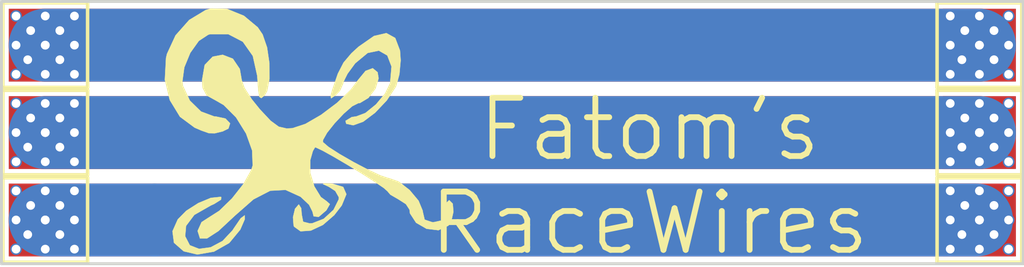
<source format=kicad_pcb>
(kicad_pcb (version 20171130) (host pcbnew "(5.1.4)-1")

  (general
    (thickness 1.6)
    (drawings 5)
    (tracks 98)
    (zones 0)
    (modules 7)
    (nets 1)
  )

  (page A4)
  (layers
    (0 F.Cu signal hide)
    (1 In1.Cu signal hide)
    (2 In2.Cu signal)
    (31 B.Cu signal)
    (32 B.Adhes user)
    (33 F.Adhes user)
    (34 B.Paste user)
    (35 F.Paste user)
    (36 B.SilkS user)
    (37 F.SilkS user)
    (38 B.Mask user)
    (39 F.Mask user)
    (40 Dwgs.User user)
    (41 Cmts.User user)
    (42 Eco1.User user)
    (43 Eco2.User user)
    (44 Edge.Cuts user)
    (45 Margin user)
    (46 B.CrtYd user hide)
    (47 F.CrtYd user hide)
    (48 B.Fab user)
    (49 F.Fab user hide)
  )

  (setup
    (last_trace_width 2.5)
    (user_trace_width 2.5)
    (user_trace_width 8.5)
    (trace_clearance 0.2)
    (zone_clearance 0.508)
    (zone_45_only no)
    (trace_min 0.2)
    (via_size 0.8)
    (via_drill 0.4)
    (via_min_size 0.4)
    (via_min_drill 0.3)
    (user_via 0.4 0.3)
    (user_via 4 1)
    (uvia_size 0.3)
    (uvia_drill 0.1)
    (uvias_allowed no)
    (uvia_min_size 0.2)
    (uvia_min_drill 0.1)
    (edge_width 0.05)
    (segment_width 0.2)
    (pcb_text_width 0.3)
    (pcb_text_size 1.5 1.5)
    (mod_edge_width 0.12)
    (mod_text_size 1 1)
    (mod_text_width 0.15)
    (pad_size 2.5 2.5)
    (pad_drill 0)
    (pad_to_mask_clearance 0.051)
    (solder_mask_min_width 0.25)
    (aux_axis_origin 0 0)
    (visible_elements 7FFFFFFF)
    (pcbplotparams
      (layerselection 0x010fc_ffffffff)
      (usegerberextensions false)
      (usegerberattributes false)
      (usegerberadvancedattributes false)
      (creategerberjobfile false)
      (excludeedgelayer true)
      (linewidth 0.100000)
      (plotframeref false)
      (viasonmask false)
      (mode 1)
      (useauxorigin false)
      (hpglpennumber 1)
      (hpglpenspeed 20)
      (hpglpendiameter 15.000000)
      (psnegative false)
      (psa4output false)
      (plotreference true)
      (plotvalue true)
      (plotinvisibletext false)
      (padsonsilk false)
      (subtractmaskfromsilk false)
      (outputformat 1)
      (mirror false)
      (drillshape 1)
      (scaleselection 1)
      (outputdirectory ""))
  )

  (net 0 "")

  (net_class Default "Ceci est la Netclass par défaut."
    (clearance 0.2)
    (trace_width 0.25)
    (via_dia 0.8)
    (via_drill 0.4)
    (uvia_dia 0.3)
    (uvia_drill 0.1)
  )

  (net_class fil1 ""
    (clearance 0.2)
    (trace_width 8)
    (via_dia 0.8)
    (via_drill 0.4)
    (uvia_dia 0.3)
    (uvia_drill 0.1)
  )

  (module TestPoint:TestPoint_Pad_2.5x2.5mm (layer F.Cu) (tedit 5A0F774F) (tstamp 5DC4EF4C)
    (at 31.5 34.5)
    (descr "SMD rectangular pad as test Point, square 2.5mm side length")
    (tags "test point SMD pad rectangle square")
    (attr virtual)
    (fp_text reference pad2 (at 0 -2.148) (layer F.SilkS) hide
      (effects (font (size 1 1) (thickness 0.15)))
    )
    (fp_text value TestPoint_Pad_2.5x2.5mm (at 0 2.25) (layer F.Fab)
      (effects (font (size 1 1) (thickness 0.15)))
    )
    (fp_line (start 1.75 1.75) (end -1.75 1.75) (layer F.CrtYd) (width 0.05))
    (fp_line (start 1.75 1.75) (end 1.75 -1.75) (layer F.CrtYd) (width 0.05))
    (fp_line (start -1.75 -1.75) (end -1.75 1.75) (layer F.CrtYd) (width 0.05))
    (fp_line (start -1.75 -1.75) (end 1.75 -1.75) (layer F.CrtYd) (width 0.05))
    (fp_line (start -1.45 1.45) (end -1.45 -1.45) (layer F.SilkS) (width 0.12))
    (fp_line (start 1.45 1.45) (end -1.45 1.45) (layer F.SilkS) (width 0.12))
    (fp_line (start 1.45 -1.45) (end 1.45 1.45) (layer F.SilkS) (width 0.12))
    (fp_line (start -1.45 -1.45) (end 1.45 -1.45) (layer F.SilkS) (width 0.12))
    (fp_text user %R (at 0 -2.15) (layer F.Fab)
      (effects (font (size 1 1) (thickness 0.15)))
    )
    (pad 1 smd rect (at 0 0) (size 2.5 2.5) (layers F.Cu F.Mask))
  )

  (module TestPoint:TestPoint_Pad_2.5x2.5mm (layer F.Cu) (tedit 5A0F774F) (tstamp 5DC4EF81)
    (at 31.5 37.5)
    (descr "SMD rectangular pad as test Point, square 2.5mm side length")
    (tags "test point SMD pad rectangle square")
    (attr virtual)
    (fp_text reference pad3 (at 0 -2.148) (layer F.SilkS) hide
      (effects (font (size 1 1) (thickness 0.15)))
    )
    (fp_text value TestPoint_Pad_2.5x2.5mm (at 0 2.25) (layer F.Fab)
      (effects (font (size 1 1) (thickness 0.15)))
    )
    (fp_line (start 1.75 1.75) (end -1.75 1.75) (layer F.CrtYd) (width 0.05))
    (fp_line (start 1.75 1.75) (end 1.75 -1.75) (layer F.CrtYd) (width 0.05))
    (fp_line (start -1.75 -1.75) (end -1.75 1.75) (layer F.CrtYd) (width 0.05))
    (fp_line (start -1.75 -1.75) (end 1.75 -1.75) (layer F.CrtYd) (width 0.05))
    (fp_line (start -1.45 1.45) (end -1.45 -1.45) (layer F.SilkS) (width 0.12))
    (fp_line (start 1.45 1.45) (end -1.45 1.45) (layer F.SilkS) (width 0.12))
    (fp_line (start 1.45 -1.45) (end 1.45 1.45) (layer F.SilkS) (width 0.12))
    (fp_line (start -1.45 -1.45) (end 1.45 -1.45) (layer F.SilkS) (width 0.12))
    (fp_text user %R (at 0 -2.15) (layer F.Fab)
      (effects (font (size 1 1) (thickness 0.15)))
    )
    (pad 1 smd rect (at 0 0) (size 2.5 2.5) (layers F.Cu F.Mask))
  )

  (module TestPoint:TestPoint_Pad_2.5x2.5mm (layer F.Cu) (tedit 5A0F774F) (tstamp 5DC4F1C9)
    (at 63.5 31.5)
    (descr "SMD rectangular pad as test Point, square 2.5mm side length")
    (tags "test point SMD pad rectangle square")
    (attr virtual)
    (fp_text reference pad11 (at 0 -2.148) (layer F.SilkS) hide
      (effects (font (size 1 1) (thickness 0.15)))
    )
    (fp_text value TestPoint_Pad_2.5x2.5mm (at 0 2.25) (layer F.Fab)
      (effects (font (size 1 1) (thickness 0.15)))
    )
    (fp_line (start 1.75 1.75) (end -1.75 1.75) (layer F.CrtYd) (width 0.05))
    (fp_line (start 1.75 1.75) (end 1.75 -1.75) (layer F.CrtYd) (width 0.05))
    (fp_line (start -1.75 -1.75) (end -1.75 1.75) (layer F.CrtYd) (width 0.05))
    (fp_line (start -1.75 -1.75) (end 1.75 -1.75) (layer F.CrtYd) (width 0.05))
    (fp_line (start -1.45 1.45) (end -1.45 -1.45) (layer F.SilkS) (width 0.12))
    (fp_line (start 1.45 1.45) (end -1.45 1.45) (layer F.SilkS) (width 0.12))
    (fp_line (start 1.45 -1.45) (end 1.45 1.45) (layer F.SilkS) (width 0.12))
    (fp_line (start -1.45 -1.45) (end 1.45 -1.45) (layer F.SilkS) (width 0.12))
    (fp_text user %R (at 0 -2.15) (layer F.Fab)
      (effects (font (size 1 1) (thickness 0.15)))
    )
    (pad 1 smd rect (at 0 0) (size 2.5 2.5) (layers F.Cu F.Mask))
  )

  (module TestPoint:TestPoint_Pad_2.5x2.5mm (layer F.Cu) (tedit 5A0F774F) (tstamp 5DC4F1FE)
    (at 63.5 34.5)
    (descr "SMD rectangular pad as test Point, square 2.5mm side length")
    (tags "test point SMD pad rectangle square")
    (attr virtual)
    (fp_text reference pad12 (at 0 -2.148) (layer F.SilkS) hide
      (effects (font (size 1 1) (thickness 0.15)))
    )
    (fp_text value TestPoint_Pad_2.5x2.5mm (at 0 2.25) (layer F.Fab)
      (effects (font (size 1 1) (thickness 0.15)))
    )
    (fp_line (start 1.75 1.75) (end -1.75 1.75) (layer F.CrtYd) (width 0.05))
    (fp_line (start 1.75 1.75) (end 1.75 -1.75) (layer F.CrtYd) (width 0.05))
    (fp_line (start -1.75 -1.75) (end -1.75 1.75) (layer F.CrtYd) (width 0.05))
    (fp_line (start -1.75 -1.75) (end 1.75 -1.75) (layer F.CrtYd) (width 0.05))
    (fp_line (start -1.45 1.45) (end -1.45 -1.45) (layer F.SilkS) (width 0.12))
    (fp_line (start 1.45 1.45) (end -1.45 1.45) (layer F.SilkS) (width 0.12))
    (fp_line (start 1.45 -1.45) (end 1.45 1.45) (layer F.SilkS) (width 0.12))
    (fp_line (start -1.45 -1.45) (end 1.45 -1.45) (layer F.SilkS) (width 0.12))
    (fp_text user %R (at 0 -2.15) (layer F.Fab)
      (effects (font (size 1 1) (thickness 0.15)))
    )
    (pad 1 smd rect (at 0 0) (size 2.5 2.5) (layers F.Cu F.Mask))
  )

  (module TestPoint:TestPoint_Pad_2.5x2.5mm (layer F.Cu) (tedit 5A0F774F) (tstamp 5DC4F233)
    (at 63.5 37.5)
    (descr "SMD rectangular pad as test Point, square 2.5mm side length")
    (tags "test point SMD pad rectangle square")
    (attr virtual)
    (fp_text reference pad13 (at 0 -2.148) (layer F.SilkS) hide
      (effects (font (size 1 1) (thickness 0.15)))
    )
    (fp_text value TestPoint_Pad_2.5x2.5mm (at 0 2.25) (layer F.Fab)
      (effects (font (size 1 1) (thickness 0.15)))
    )
    (fp_line (start 1.75 1.75) (end -1.75 1.75) (layer F.CrtYd) (width 0.05))
    (fp_line (start 1.75 1.75) (end 1.75 -1.75) (layer F.CrtYd) (width 0.05))
    (fp_line (start -1.75 -1.75) (end -1.75 1.75) (layer F.CrtYd) (width 0.05))
    (fp_line (start -1.75 -1.75) (end 1.75 -1.75) (layer F.CrtYd) (width 0.05))
    (fp_line (start -1.45 1.45) (end -1.45 -1.45) (layer F.SilkS) (width 0.12))
    (fp_line (start 1.45 1.45) (end -1.45 1.45) (layer F.SilkS) (width 0.12))
    (fp_line (start 1.45 -1.45) (end 1.45 1.45) (layer F.SilkS) (width 0.12))
    (fp_line (start -1.45 -1.45) (end 1.45 -1.45) (layer F.SilkS) (width 0.12))
    (fp_text user %R (at 0 -2.15) (layer F.Fab)
      (effects (font (size 1 1) (thickness 0.15)))
    )
    (pad 1 smd rect (at 0 0) (size 2.5 2.5) (layers F.Cu F.Mask))
  )

  (module TestPoint:TestPoint_Pad_2.5x2.5mm (layer F.Cu) (tedit 5A0F774F) (tstamp 5DC4EF17)
    (at 31.5 31.5)
    (descr "SMD rectangular pad as test Point, square 2.5mm side length")
    (tags "test point SMD pad rectangle square")
    (attr virtual)
    (fp_text reference pad1 (at 0 -2.148) (layer F.SilkS) hide
      (effects (font (size 1 1) (thickness 0.15)))
    )
    (fp_text value TestPoint_Pad_2.5x2.5mm (at 0 2.25) (layer F.Fab)
      (effects (font (size 1 1) (thickness 0.15)))
    )
    (fp_line (start 1.75 1.75) (end -1.75 1.75) (layer F.CrtYd) (width 0.05))
    (fp_line (start 1.75 1.75) (end 1.75 -1.75) (layer F.CrtYd) (width 0.05))
    (fp_line (start -1.75 -1.75) (end -1.75 1.75) (layer F.CrtYd) (width 0.05))
    (fp_line (start -1.75 -1.75) (end 1.75 -1.75) (layer F.CrtYd) (width 0.05))
    (fp_line (start -1.45 1.45) (end -1.45 -1.45) (layer F.SilkS) (width 0.12))
    (fp_line (start 1.45 1.45) (end -1.45 1.45) (layer F.SilkS) (width 0.12))
    (fp_line (start 1.45 -1.45) (end 1.45 1.45) (layer F.SilkS) (width 0.12))
    (fp_line (start -1.45 -1.45) (end 1.45 -1.45) (layer F.SilkS) (width 0.12))
    (fp_text user %R (at 0 -2.15) (layer F.Fab)
      (effects (font (size 1 1) (thickness 0.15)))
    )
    (pad 1 smd rect (at 0 0) (size 2.5 2.5) (layers F.Cu F.Mask))
  )

  (module Pictures:logo (layer F.Cu) (tedit 0) (tstamp 5DC51C64)
    (at 40.5 34.4)
    (fp_text reference G*** (at -1.4 -8.2) (layer F.SilkS) hide
      (effects (font (size 1.524 1.524) (thickness 0.3)))
    )
    (fp_text value "fatoms logo" (at 3.3 -6.1) (layer F.SilkS) hide
      (effects (font (size 1.524 1.524) (thickness 0.3)))
    )
    (fp_poly (pts (xy 2.9889 -3.14596) (xy 3.151343 -2.716845) (xy 3.175 -2.37887) (xy 3.131097 -1.901643)
      (xy 3.023607 -1.502435) (xy 3.005668 -1.464168) (xy 2.69867 -1.002899) (xy 2.300285 -0.581581)
      (xy 1.891626 -0.273323) (xy 1.553807 -0.151232) (xy 1.548919 -0.151191) (xy 1.310446 -0.202745)
      (xy 1.285119 -0.302381) (xy 1.499833 -0.43249) (xy 1.651401 -0.453572) (xy 1.967149 -0.572269)
      (xy 2.329133 -0.866966) (xy 2.64373 -1.24557) (xy 2.812617 -1.595802) (xy 2.862236 -2.165263)
      (xy 2.716875 -2.546825) (xy 2.427609 -2.712149) (xy 2.045514 -2.632893) (xy 1.621664 -2.28072)
      (xy 1.607746 -2.264346) (xy 1.354931 -1.918882) (xy 1.217713 -1.643799) (xy 1.209524 -1.594413)
      (xy 1.103139 -1.345047) (xy 0.96093 -1.191424) (xy 0.79171 -1.074805) (xy 0.777083 -1.177681)
      (xy 0.829928 -1.3619) (xy 1.02284 -1.922319) (xy 1.218583 -2.303582) (xy 1.487321 -2.621318)
      (xy 1.729396 -2.844177) (xy 2.261158 -3.215023) (xy 2.686582 -3.313818) (xy 2.9889 -3.14596)) (layer F.SilkS) (width 0.01))
    (fp_poly (pts (xy -2.768262 -4.142428) (xy -2.194557 -3.908918) (xy -1.72057 -3.512901) (xy -1.554255 -3.268006)
      (xy -1.401355 -2.822919) (xy -1.32172 -2.278754) (xy -1.31905 -1.743738) (xy -1.397042 -1.326094)
      (xy -1.482829 -1.178123) (xy -1.598432 -1.082562) (xy -1.665605 -1.125716) (xy -1.70518 -1.362057)
      (xy -1.737939 -1.845197) (xy -1.88995 -2.5305) (xy -2.232196 -3.0177) (xy -2.728976 -3.276612)
      (xy -3.344589 -3.277048) (xy -3.412782 -3.261345) (xy -3.739637 -3.046172) (xy -4.031929 -2.635487)
      (xy -4.237069 -2.13562) (xy -4.302469 -1.652903) (xy -4.281792 -1.504269) (xy -4.046554 -0.99857)
      (xy -3.662862 -0.622018) (xy -3.216791 -0.455581) (xy -3.164821 -0.453572) (xy -2.826128 -0.38178)
      (xy -2.667546 -0.217519) (xy -2.725587 -0.037454) (xy -2.920878 0.058633) (xy -3.193965 0.125095)
      (xy -3.392768 0.121229) (xy -3.654801 0.028642) (xy -3.88337 -0.070101) (xy -4.385251 -0.442732)
      (xy -4.734534 -1.015662) (xy -4.903112 -1.713627) (xy -4.862883 -2.461363) (xy -4.829238 -2.603132)
      (xy -4.53691 -3.235955) (xy -4.068553 -3.764989) (xy -3.507119 -4.104299) (xy -3.329186 -4.15708)
      (xy -2.768262 -4.142428)) (layer F.SilkS) (width 0.01))
    (fp_poly (pts (xy 0.830255 1.854462) (xy 1.206207 1.965201) (xy 1.315531 2.21485) (xy 1.157955 2.599176)
      (xy 0.899742 2.933545) (xy 0.509692 3.270997) (xy 0.099763 3.462423) (xy -0.25384 3.488392)
      (xy -0.47491 3.329472) (xy -0.49196 3.288393) (xy -0.513204 3.003632) (xy -0.444043 2.715641)
      (xy -0.321556 2.571196) (xy -0.31054 2.570238) (xy -0.230969 2.698287) (xy -0.214781 2.910417)
      (xy -0.165969 3.160485) (xy 0.062271 3.218381) (xy 0.151191 3.211517) (xy 0.538264 3.05951)
      (xy 0.874518 2.752201) (xy 1.051529 2.395925) (xy 1.058334 2.321831) (xy 0.934077 2.103505)
      (xy 0.718155 1.962983) (xy 0.512486 1.86591) (xy 0.567447 1.83876) (xy 0.830255 1.854462)) (layer F.SilkS) (width 0.01))
    (fp_poly (pts (xy -2.572726 -2.434849) (xy -2.335446 -2.082609) (xy -2.267857 -1.694321) (xy -2.172305 -1.430945)
      (xy -1.924365 -1.043712) (xy -1.648525 -0.699688) (xy -1.277657 -0.304678) (xy -1.001014 -0.101577)
      (xy -0.731783 -0.040096) (xy -0.529032 -0.051207) (xy -0.088953 -0.196955) (xy 0.450621 -0.51006)
      (xy 0.998387 -0.92329) (xy 1.463045 -1.369416) (xy 1.711318 -1.700893) (xy 1.971652 -2.016651)
      (xy 2.217617 -2.108741) (xy 2.384169 -1.971536) (xy 2.419048 -1.762123) (xy 2.315414 -1.410942)
      (xy 2.069568 -1.088418) (xy 1.779097 -0.913847) (xy 1.719672 -0.907143) (xy 1.517299 -0.804847)
      (xy 1.225376 -0.549731) (xy 0.914099 -0.219454) (xy 0.653662 0.108326) (xy 0.51426 0.355949)
      (xy 0.513155 0.427664) (xy 0.703317 0.591926) (xy 1.081812 0.835656) (xy 1.56239 1.111687)
      (xy 2.058799 1.372848) (xy 2.484788 1.57197) (xy 2.754106 1.661884) (xy 2.772192 1.663095)
      (xy 3.111066 1.78191) (xy 3.482754 2.073187) (xy 3.788535 2.439178) (xy 3.929691 2.782134)
      (xy 3.930953 2.810464) (xy 3.99672 3.088914) (xy 4.250625 3.173881) (xy 4.308929 3.175)
      (xy 4.596646 3.112554) (xy 4.685309 2.866679) (xy 4.686905 2.797024) (xy 4.738659 2.51289)
      (xy 4.838095 2.419047) (xy 4.95877 2.540201) (xy 4.982279 2.818648) (xy 4.91302 3.126868)
      (xy 4.807857 3.295952) (xy 4.467814 3.451082) (xy 4.063525 3.402561) (xy 3.703062 3.195216)
      (xy 3.494495 2.873874) (xy 3.477381 2.74408) (xy 3.35423 2.55508) (xy 3.099405 2.391538)
      (xy 2.822328 2.231038) (xy 2.721429 2.112804) (xy 2.601534 2.005552) (xy 2.288416 1.791703)
      (xy 1.851927 1.513749) (xy 1.361918 1.214178) (xy 0.88824 0.935481) (xy 0.500744 0.720146)
      (xy 0.269281 0.610663) (xy 0.242272 0.604762) (xy 0.166576 0.734182) (xy 0.078403 1.045552)
      (xy 0.078019 1.047298) (xy 0.078783 1.481351) (xy 0.216068 1.943259) (xy 0.441955 2.312738)
      (xy 0.639379 2.456396) (xy 0.750536 2.556312) (xy 0.633037 2.761482) (xy 0.624047 2.772437)
      (xy 0.367776 2.993203) (xy 0.194532 2.974536) (xy 0.151191 2.807319) (xy 0.037263 2.578349)
      (xy -0.239504 2.315272) (xy -0.264583 2.297166) (xy -0.769069 2.067431) (xy -1.293241 2.095897)
      (xy -1.865377 2.390994) (xy -2.513757 2.961154) (xy -2.522885 2.970488) (xy -3.067953 3.479274)
      (xy -3.460709 3.734029) (xy -3.69877 3.733799) (xy -3.779753 3.477631) (xy -3.779762 3.473639)
      (xy -3.645798 3.174078) (xy -3.433733 3.035956) (xy -3.038555 2.784062) (xy -2.601551 2.358158)
      (xy -2.208188 1.858515) (xy -1.943931 1.385405) (xy -1.894354 1.229889) (xy -1.911783 0.717818)
      (xy -2.120845 0.133753) (xy -2.465211 -0.421243) (xy -2.888552 -0.846107) (xy -3.129076 -0.985392)
      (xy -3.474338 -1.176841) (xy -3.610602 -1.434542) (xy -3.628571 -1.700738) (xy -3.53872 -2.220784)
      (xy -3.26393 -2.50541) (xy -2.923295 -2.570238) (xy -2.572726 -2.434849)) (layer F.SilkS) (width 0.01))
    (fp_poly (pts (xy -2.97194 2.313931) (xy -2.979733 2.402549) (xy -3.211849 2.548701) (xy -3.32619 2.600801)
      (xy -3.893939 2.92522) (xy -4.176506 3.302322) (xy -4.207141 3.656503) (xy -4.04729 3.9672)
      (xy -3.732308 4.090356) (xy -3.334623 4.037555) (xy -2.926666 3.820379) (xy -2.580866 3.450413)
      (xy -2.543515 3.390447) (xy -2.304574 3.041383) (xy -2.168671 2.939481) (xy -2.167235 3.079068)
      (xy -2.319405 3.430879) (xy -2.696245 3.888095) (xy -3.218579 4.184908) (xy -3.788419 4.283725)
      (xy -4.257028 4.174246) (xy -4.589957 3.881945) (xy -4.641862 3.48686) (xy -4.460877 3.079342)
      (xy -4.170874 2.784269) (xy -3.756213 2.519092) (xy -3.327903 2.340878) (xy -2.996951 2.306692)
      (xy -2.97194 2.313931)) (layer F.SilkS) (width 0.01))
  )

  (gr_text "Fatom's\nRaceWires" (at 52.2 36) (layer F.SilkS)
    (effects (font (size 2 2) (thickness 0.2)))
  )
  (gr_line (start 30 39) (end 30 30) (layer Edge.Cuts) (width 0.1))
  (gr_line (start 65 39) (end 30 39) (layer Edge.Cuts) (width 0.1))
  (gr_line (start 65 30) (end 65 39) (layer Edge.Cuts) (width 0.1))
  (gr_line (start 30 30) (end 65 30) (layer Edge.Cuts) (width 0.1))

  (segment (start 31.5 31.5) (end 31.5 31.5) (width 0.25) (layer F.Cu) (net 0))
  (via (at 30.5 33.5) (size 0.4) (drill 0.3) (layers F.Cu B.Cu) (net 0))
  (via (at 30.5 35.5) (size 0.4) (drill 0.3) (layers F.Cu B.Cu) (net 0))
  (via (at 32.5 33.5) (size 0.4) (drill 0.3) (layers F.Cu B.Cu) (net 0))
  (via (at 32 34) (size 0.4) (drill 0.3) (layers F.Cu B.Cu) (net 0))
  (via (at 32 35) (size 0.4) (drill 0.3) (layers F.Cu B.Cu) (net 0))
  (via (at 30.9 35) (size 0.4) (drill 0.3) (layers F.Cu B.Cu) (net 0))
  (via (at 32.5 35.5) (size 0.4) (drill 0.3) (layers F.Cu B.Cu) (net 0))
  (via (at 31 34) (size 0.4) (drill 0.3) (layers F.Cu B.Cu) (net 0))
  (via (at 31.5 34.5) (size 0.4) (drill 0.3) (layers F.Cu B.Cu) (net 0))
  (via (at 31.5 34.5) (size 0.4) (drill 0.3) (layers F.Cu B.Cu) (net 0))
  (via (at 30.5 34.5) (size 0.4) (drill 0.3) (layers F.Cu B.Cu) (net 0))
  (via (at 32.5 34.5) (size 0.4) (drill 0.3) (layers F.Cu B.Cu) (net 0))
  (via (at 31.5 33.5) (size 0.4) (drill 0.3) (layers F.Cu B.Cu) (net 0))
  (via (at 31.5 35.5) (size 0.4) (drill 0.3) (layers F.Cu B.Cu) (net 0))
  (via (at 30.5 32.5) (size 0.4) (drill 0.3) (layers F.Cu B.Cu) (net 0) (tstamp 5DC6846E))
  (via (at 32.5 30.5) (size 0.4) (drill 0.3) (layers F.Cu B.Cu) (net 0) (tstamp 5DC6846F))
  (via (at 32 31) (size 0.4) (drill 0.3) (layers F.Cu B.Cu) (net 0) (tstamp 5DC68470))
  (via (at 32 32) (size 0.4) (drill 0.3) (layers F.Cu B.Cu) (net 0) (tstamp 5DC68471))
  (via (at 30.9 32) (size 0.4) (drill 0.3) (layers F.Cu B.Cu) (net 0) (tstamp 5DC68472))
  (via (at 32.5 32.5) (size 0.4) (drill 0.3) (layers F.Cu B.Cu) (net 0) (tstamp 5DC68473))
  (via (at 31 31) (size 0.4) (drill 0.3) (layers F.Cu B.Cu) (net 0) (tstamp 5DC68474))
  (via (at 31.5 31.5) (size 0.4) (drill 0.3) (layers F.Cu B.Cu) (net 0) (tstamp 5DC68475))
  (via (at 30.5 30.5) (size 0.4) (drill 0.3) (layers F.Cu B.Cu) (net 0) (tstamp 5DC68476))
  (via (at 31.5 31.5) (size 0.4) (drill 0.3) (layers F.Cu B.Cu) (net 0) (tstamp 5DC68477))
  (via (at 31.5 32.5) (size 0.4) (drill 0.3) (layers F.Cu B.Cu) (net 0) (tstamp 5DC68478))
  (via (at 32.5 31.5) (size 0.4) (drill 0.3) (layers F.Cu B.Cu) (net 0) (tstamp 5DC68479))
  (via (at 31.5 30.5) (size 0.4) (drill 0.3) (layers F.Cu B.Cu) (net 0) (tstamp 5DC6847A))
  (via (at 30.5 31.5) (size 0.4) (drill 0.3) (layers F.Cu B.Cu) (net 0) (tstamp 5DC6847B))
  (via (at 31.5 37.5) (size 0.4) (drill 0.3) (layers F.Cu B.Cu) (net 0) (tstamp 5DC6848A))
  (via (at 31 37) (size 0.4) (drill 0.3) (layers F.Cu B.Cu) (net 0) (tstamp 5DC6848B))
  (via (at 31.5 38.5) (size 0.4) (drill 0.3) (layers F.Cu B.Cu) (net 0) (tstamp 5DC6848C))
  (via (at 31.5 36.5) (size 0.4) (drill 0.3) (layers F.Cu B.Cu) (net 0) (tstamp 5DC6848D))
  (via (at 30.5 38.5) (size 0.4) (drill 0.3) (layers F.Cu B.Cu) (net 0) (tstamp 5DC6848E))
  (via (at 31.5 37.5) (size 0.4) (drill 0.3) (layers F.Cu B.Cu) (net 0) (tstamp 5DC6848F))
  (via (at 32.5 38.5) (size 0.4) (drill 0.3) (layers F.Cu B.Cu) (net 0) (tstamp 5DC68490))
  (via (at 32.5 36.5) (size 0.4) (drill 0.3) (layers F.Cu B.Cu) (net 0) (tstamp 5DC68491))
  (via (at 32 38) (size 0.4) (drill 0.3) (layers F.Cu B.Cu) (net 0) (tstamp 5DC68492))
  (via (at 32 37) (size 0.4) (drill 0.3) (layers F.Cu B.Cu) (net 0) (tstamp 5DC68493))
  (via (at 30.5 37.5) (size 0.4) (drill 0.3) (layers F.Cu B.Cu) (net 0) (tstamp 5DC68494))
  (via (at 30.9 38) (size 0.4) (drill 0.3) (layers F.Cu B.Cu) (net 0) (tstamp 5DC68495))
  (via (at 32.5 37.5) (size 0.4) (drill 0.3) (layers F.Cu B.Cu) (net 0) (tstamp 5DC68496))
  (via (at 30.5 36.5) (size 0.4) (drill 0.3) (layers F.Cu B.Cu) (net 0) (tstamp 5DC68497))
  (via (at 63 31) (size 0.4) (drill 0.3) (layers F.Cu B.Cu) (net 0) (tstamp 5DC684A6))
  (via (at 63.5 32.5) (size 0.4) (drill 0.3) (layers F.Cu B.Cu) (net 0) (tstamp 5DC684A7))
  (via (at 63.5 30.5) (size 0.4) (drill 0.3) (layers F.Cu B.Cu) (net 0) (tstamp 5DC684A8))
  (via (at 62.5 32.5) (size 0.4) (drill 0.3) (layers F.Cu B.Cu) (net 0) (tstamp 5DC684A9))
  (via (at 64.5 30.5) (size 0.4) (drill 0.3) (layers F.Cu B.Cu) (net 0) (tstamp 5DC684AA))
  (via (at 63.5 31.5) (size 0.4) (drill 0.3) (layers F.Cu B.Cu) (net 0) (tstamp 5DC684AB))
  (via (at 63.5 31.5) (size 0.4) (drill 0.3) (layers F.Cu B.Cu) (net 0) (tstamp 5DC684AC))
  (via (at 64.5 32.5) (size 0.4) (drill 0.3) (layers F.Cu B.Cu) (net 0) (tstamp 5DC684AD))
  (via (at 64 32) (size 0.4) (drill 0.3) (layers F.Cu B.Cu) (net 0) (tstamp 5DC684AE))
  (via (at 64 31) (size 0.4) (drill 0.3) (layers F.Cu B.Cu) (net 0) (tstamp 5DC684AF))
  (via (at 62.5 31.5) (size 0.4) (drill 0.3) (layers F.Cu B.Cu) (net 0) (tstamp 5DC684B0))
  (via (at 62.9 32) (size 0.4) (drill 0.3) (layers F.Cu B.Cu) (net 0) (tstamp 5DC684B1))
  (via (at 64.5 31.5) (size 0.4) (drill 0.3) (layers F.Cu B.Cu) (net 0) (tstamp 5DC684B2))
  (via (at 62.5 30.5) (size 0.4) (drill 0.3) (layers F.Cu B.Cu) (net 0) (tstamp 5DC684B3))
  (via (at 64.5 33.5) (size 0.4) (drill 0.3) (layers F.Cu B.Cu) (net 0) (tstamp 5DC684C2))
  (via (at 63 34) (size 0.4) (drill 0.3) (layers F.Cu B.Cu) (net 0) (tstamp 5DC684C3))
  (via (at 63.5 33.5) (size 0.4) (drill 0.3) (layers F.Cu B.Cu) (net 0) (tstamp 5DC684C4))
  (via (at 64.5 34.5) (size 0.4) (drill 0.3) (layers F.Cu B.Cu) (net 0) (tstamp 5DC684C5))
  (via (at 62.5 34.5) (size 0.4) (drill 0.3) (layers F.Cu B.Cu) (net 0) (tstamp 5DC684C6))
  (via (at 62.5 33.5) (size 0.4) (drill 0.3) (layers F.Cu B.Cu) (net 0) (tstamp 5DC684C7))
  (via (at 63.5 35.5) (size 0.4) (drill 0.3) (layers F.Cu B.Cu) (net 0) (tstamp 5DC684C8))
  (via (at 62.5 35.5) (size 0.4) (drill 0.3) (layers F.Cu B.Cu) (net 0) (tstamp 5DC684C9))
  (via (at 62.9 35) (size 0.4) (drill 0.3) (layers F.Cu B.Cu) (net 0) (tstamp 5DC684CA))
  (via (at 64 34) (size 0.4) (drill 0.3) (layers F.Cu B.Cu) (net 0) (tstamp 5DC684CB))
  (via (at 63.5 34.5) (size 0.4) (drill 0.3) (layers F.Cu B.Cu) (net 0) (tstamp 5DC684CC))
  (via (at 63.5 34.5) (size 0.4) (drill 0.3) (layers F.Cu B.Cu) (net 0) (tstamp 5DC684CD))
  (via (at 64.5 35.5) (size 0.4) (drill 0.3) (layers F.Cu B.Cu) (net 0) (tstamp 5DC684CE))
  (via (at 64 35) (size 0.4) (drill 0.3) (layers F.Cu B.Cu) (net 0) (tstamp 5DC684CF))
  (via (at 62.5 38.5) (size 0.4) (drill 0.3) (layers F.Cu B.Cu) (net 0) (tstamp 5DC684DE))
  (via (at 62.9 38) (size 0.4) (drill 0.3) (layers F.Cu B.Cu) (net 0) (tstamp 5DC684DF))
  (via (at 64 37) (size 0.4) (drill 0.3) (layers F.Cu B.Cu) (net 0) (tstamp 5DC684E0))
  (via (at 63.5 37.5) (size 0.4) (drill 0.3) (layers F.Cu B.Cu) (net 0) (tstamp 5DC684E1))
  (via (at 63.5 37.5) (size 0.4) (drill 0.3) (layers F.Cu B.Cu) (net 0) (tstamp 5DC684E2))
  (via (at 64.5 38.5) (size 0.4) (drill 0.3) (layers F.Cu B.Cu) (net 0) (tstamp 5DC684E3))
  (via (at 64 38) (size 0.4) (drill 0.3) (layers F.Cu B.Cu) (net 0) (tstamp 5DC684E4))
  (via (at 64.5 36.5) (size 0.4) (drill 0.3) (layers F.Cu B.Cu) (net 0) (tstamp 5DC684E5))
  (via (at 63 37) (size 0.4) (drill 0.3) (layers F.Cu B.Cu) (net 0) (tstamp 5DC684E6))
  (via (at 63.5 36.5) (size 0.4) (drill 0.3) (layers F.Cu B.Cu) (net 0) (tstamp 5DC684E7))
  (via (at 64.5 37.5) (size 0.4) (drill 0.3) (layers F.Cu B.Cu) (net 0) (tstamp 5DC684E8))
  (via (at 62.5 37.5) (size 0.4) (drill 0.3) (layers F.Cu B.Cu) (net 0) (tstamp 5DC684E9))
  (via (at 62.5 36.5) (size 0.4) (drill 0.3) (layers F.Cu B.Cu) (net 0) (tstamp 5DC684EA))
  (via (at 63.5 38.5) (size 0.4) (drill 0.3) (layers F.Cu B.Cu) (net 0) (tstamp 5DC684EB))
  (segment (start 31.5 37.5) (end 35.25 37.5) (width 2.5) (layer B.Cu) (net 0))
  (segment (start 35.25 37.5) (end 63.4 37.5) (width 2.5) (layer B.Cu) (net 0))
  (segment (start 31.5 34.5) (end 63.5 34.5) (width 2.5) (layer B.Cu) (net 0))
  (segment (start 31.5 31.5) (end 63.5 31.5) (width 2.5) (layer B.Cu) (net 0))
  (segment (start 31.5 37.5) (end 63.5 37.5) (width 2.5) (layer In2.Cu) (net 0))
  (segment (start 31.5 34.5) (end 63.5 34.5) (width 2.5) (layer In2.Cu) (net 0))
  (segment (start 31.5 31.5) (end 63.5 31.5) (width 2.5) (layer In2.Cu) (net 0))
  (segment (start 31.5 37.5) (end 63.49999 37.5) (width 2.5) (layer In1.Cu) (net 0))
  (segment (start 31.5 31.5) (end 63.5 31.5) (width 2.5) (layer In1.Cu) (net 0))
  (segment (start 31.5 34.5) (end 63.5 34.5) (width 2.5) (layer In1.Cu) (net 0))
  (segment (start 31.5 31.5) (end 63.5 31.5) (width 2.5) (layer F.Cu) (net 0))
  (segment (start 31.5 34.5) (end 63.5 34.5) (width 2.5) (layer F.Cu) (net 0))
  (segment (start 31.5 37.5) (end 63.5 37.5) (width 2.5) (layer F.Cu) (net 0))

)

</source>
